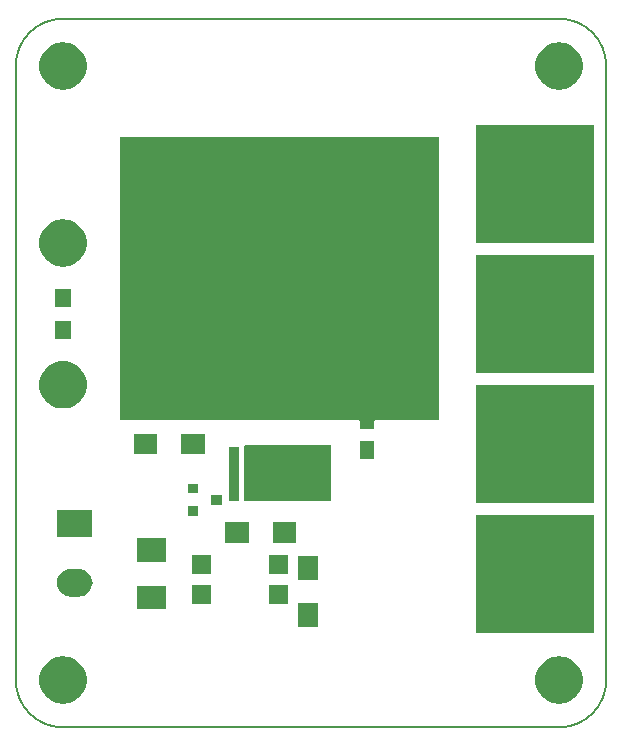
<source format=gbr>
G04 #@! TF.GenerationSoftware,KiCad,Pcbnew,(5.1.5)-3*
G04 #@! TF.CreationDate,2020-08-29T18:00:19-04:00*
G04 #@! TF.ProjectId,Little_Monster,4c697474-6c65-45f4-9d6f-6e737465722e,2.0*
G04 #@! TF.SameCoordinates,PX459e440PY6f94740*
G04 #@! TF.FileFunction,Soldermask,Top*
G04 #@! TF.FilePolarity,Negative*
%FSLAX46Y46*%
G04 Gerber Fmt 4.6, Leading zero omitted, Abs format (unit mm)*
G04 Created by KiCad (PCBNEW (5.1.5)-3) date 2020-08-29 18:00:19*
%MOMM*%
%LPD*%
G04 APERTURE LIST*
G04 #@! TA.AperFunction,Profile*
%ADD10C,0.150000*%
G04 #@! TD*
%ADD11C,0.100000*%
G04 APERTURE END LIST*
D10*
X0Y56000000D02*
G75*
G02X4000000Y60000000I4000000J0D01*
G01*
X4000000Y0D02*
G75*
G02X0Y4000000I0J4000000D01*
G01*
X50000000Y4000000D02*
G75*
G02X46000000Y0I-4000000J0D01*
G01*
X46000000Y60000000D02*
G75*
G02X50000000Y56000000I0J-4000000D01*
G01*
X4000000Y0D02*
X46000000Y0D01*
X4000000Y60000000D02*
X46000000Y60000000D01*
X50000000Y4000000D02*
X50000000Y56000000D01*
X0Y4000000D02*
X0Y56000000D01*
D11*
G36*
X46293582Y5980785D02*
G01*
X46583381Y5923141D01*
X46947356Y5772377D01*
X47274921Y5553505D01*
X47274923Y5553503D01*
X47274926Y5553501D01*
X47553501Y5274926D01*
X47553503Y5274923D01*
X47553505Y5274921D01*
X47772377Y4947356D01*
X47923141Y4583381D01*
X48000000Y4196982D01*
X48000000Y3803018D01*
X47923141Y3416619D01*
X47772377Y3052644D01*
X47553505Y2725079D01*
X47553503Y2725077D01*
X47553501Y2725074D01*
X47274926Y2446499D01*
X47274923Y2446497D01*
X47274921Y2446495D01*
X46947356Y2227623D01*
X46583381Y2076859D01*
X46293582Y2019215D01*
X46196983Y2000000D01*
X45803017Y2000000D01*
X45706418Y2019215D01*
X45416619Y2076859D01*
X45052644Y2227623D01*
X44725079Y2446495D01*
X44725077Y2446497D01*
X44725074Y2446499D01*
X44446499Y2725074D01*
X44446497Y2725077D01*
X44446495Y2725079D01*
X44227623Y3052644D01*
X44076859Y3416619D01*
X44000000Y3803018D01*
X44000000Y4196982D01*
X44076859Y4583381D01*
X44227623Y4947356D01*
X44446495Y5274921D01*
X44446497Y5274923D01*
X44446499Y5274926D01*
X44725074Y5553501D01*
X44725077Y5553503D01*
X44725079Y5553505D01*
X45052644Y5772377D01*
X45416619Y5923141D01*
X45706418Y5980785D01*
X45803017Y6000000D01*
X46196983Y6000000D01*
X46293582Y5980785D01*
G37*
G36*
X4293582Y5980785D02*
G01*
X4583381Y5923141D01*
X4947356Y5772377D01*
X5274921Y5553505D01*
X5274923Y5553503D01*
X5274926Y5553501D01*
X5553501Y5274926D01*
X5553503Y5274923D01*
X5553505Y5274921D01*
X5772377Y4947356D01*
X5923141Y4583381D01*
X6000000Y4196982D01*
X6000000Y3803018D01*
X5923141Y3416619D01*
X5772377Y3052644D01*
X5553505Y2725079D01*
X5553503Y2725077D01*
X5553501Y2725074D01*
X5274926Y2446499D01*
X5274923Y2446497D01*
X5274921Y2446495D01*
X4947356Y2227623D01*
X4583381Y2076859D01*
X4293582Y2019215D01*
X4196983Y2000000D01*
X3803017Y2000000D01*
X3706418Y2019215D01*
X3416619Y2076859D01*
X3052644Y2227623D01*
X2725079Y2446495D01*
X2725077Y2446497D01*
X2725074Y2446499D01*
X2446499Y2725074D01*
X2446497Y2725077D01*
X2446495Y2725079D01*
X2227623Y3052644D01*
X2076859Y3416619D01*
X2000000Y3803018D01*
X2000000Y4196982D01*
X2076859Y4583381D01*
X2227623Y4947356D01*
X2446495Y5274921D01*
X2446497Y5274923D01*
X2446499Y5274926D01*
X2725074Y5553501D01*
X2725077Y5553503D01*
X2725079Y5553505D01*
X3052644Y5772377D01*
X3416619Y5923141D01*
X3706418Y5980785D01*
X3803017Y6000000D01*
X4196983Y6000000D01*
X4293582Y5980785D01*
G37*
G36*
X49000000Y8000000D02*
G01*
X39000000Y8000000D01*
X39000000Y18000000D01*
X49000000Y18000000D01*
X49000000Y8000000D01*
G37*
G36*
X25600000Y8500000D02*
G01*
X23900000Y8500000D01*
X23900000Y10500000D01*
X25600000Y10500000D01*
X25600000Y8500000D01*
G37*
G36*
X12750000Y10000000D02*
G01*
X10250000Y10000000D01*
X10250000Y12000000D01*
X12750000Y12000000D01*
X12750000Y10000000D01*
G37*
G36*
X23050000Y10430000D02*
G01*
X21450000Y10430000D01*
X21450000Y12030000D01*
X23050000Y12030000D01*
X23050000Y10430000D01*
G37*
G36*
X16550000Y10430000D02*
G01*
X14950000Y10430000D01*
X14950000Y12030000D01*
X16550000Y12030000D01*
X16550000Y10430000D01*
G37*
G36*
X5555340Y13407998D02*
G01*
X5776829Y13340811D01*
X5776831Y13340810D01*
X5980955Y13231703D01*
X6159871Y13084871D01*
X6306703Y12905955D01*
X6306704Y12905953D01*
X6415811Y12701829D01*
X6482998Y12480340D01*
X6505685Y12250000D01*
X6482998Y12019660D01*
X6415811Y11798171D01*
X6415810Y11798169D01*
X6306703Y11594045D01*
X6159871Y11415129D01*
X5980955Y11268297D01*
X5980953Y11268296D01*
X5776829Y11159189D01*
X5555340Y11092002D01*
X5382720Y11075000D01*
X4617280Y11075000D01*
X4444660Y11092002D01*
X4223171Y11159189D01*
X4019047Y11268296D01*
X4019045Y11268297D01*
X3840129Y11415129D01*
X3693297Y11594045D01*
X3584190Y11798169D01*
X3584189Y11798171D01*
X3517002Y12019660D01*
X3494315Y12250000D01*
X3517002Y12480340D01*
X3584189Y12701829D01*
X3693296Y12905953D01*
X3693297Y12905955D01*
X3840129Y13084871D01*
X4019045Y13231703D01*
X4223169Y13340810D01*
X4223171Y13340811D01*
X4444660Y13407998D01*
X4617280Y13425000D01*
X5382720Y13425000D01*
X5555340Y13407998D01*
G37*
G36*
X25600000Y12500000D02*
G01*
X23900000Y12500000D01*
X23900000Y14500000D01*
X25600000Y14500000D01*
X25600000Y12500000D01*
G37*
G36*
X16550000Y12970000D02*
G01*
X14950000Y12970000D01*
X14950000Y14570000D01*
X16550000Y14570000D01*
X16550000Y12970000D01*
G37*
G36*
X23050000Y12970000D02*
G01*
X21450000Y12970000D01*
X21450000Y14570000D01*
X23050000Y14570000D01*
X23050000Y12970000D01*
G37*
G36*
X12750000Y14000000D02*
G01*
X10250000Y14000000D01*
X10250000Y16000000D01*
X12750000Y16000000D01*
X12750000Y14000000D01*
G37*
G36*
X19750000Y15650000D02*
G01*
X17750000Y15650000D01*
X17750000Y17350000D01*
X19750000Y17350000D01*
X19750000Y15650000D01*
G37*
G36*
X23750000Y15650000D02*
G01*
X21750000Y15650000D01*
X21750000Y17350000D01*
X23750000Y17350000D01*
X23750000Y15650000D01*
G37*
G36*
X6500000Y16075000D02*
G01*
X3500000Y16075000D01*
X3500000Y18425000D01*
X6500000Y18425000D01*
X6500000Y16075000D01*
G37*
G36*
X15450000Y17900000D02*
G01*
X14550000Y17900000D01*
X14550000Y18700000D01*
X15450000Y18700000D01*
X15450000Y17900000D01*
G37*
G36*
X17450000Y18850000D02*
G01*
X16550000Y18850000D01*
X16550000Y19650000D01*
X17450000Y19650000D01*
X17450000Y18850000D01*
G37*
G36*
X49000000Y19000000D02*
G01*
X39000000Y19000000D01*
X39000000Y29000000D01*
X49000000Y29000000D01*
X49000000Y19000000D01*
G37*
G36*
X18890000Y19175000D02*
G01*
X18090000Y19175000D01*
X18090000Y23775000D01*
X18890000Y23775000D01*
X18890000Y19175000D01*
G37*
G36*
X26700000Y19200000D02*
G01*
X26573499Y19200000D01*
X26561111Y19198780D01*
X26549199Y19195166D01*
X26538221Y19189298D01*
X26528598Y19181402D01*
X26523345Y19175000D01*
X25696655Y19175000D01*
X25691402Y19181402D01*
X25681779Y19189298D01*
X25670801Y19195166D01*
X25658889Y19198780D01*
X25646501Y19200000D01*
X25303499Y19200000D01*
X25291111Y19198780D01*
X25279199Y19195166D01*
X25268221Y19189298D01*
X25258598Y19181402D01*
X25253345Y19175000D01*
X24426655Y19175000D01*
X24421402Y19181402D01*
X24411779Y19189298D01*
X24400801Y19195166D01*
X24388889Y19198780D01*
X24376501Y19200000D01*
X24033499Y19200000D01*
X24021111Y19198780D01*
X24009199Y19195166D01*
X23998221Y19189298D01*
X23988598Y19181402D01*
X23983345Y19175000D01*
X23156655Y19175000D01*
X23151402Y19181402D01*
X23141779Y19189298D01*
X23130801Y19195166D01*
X23118889Y19198780D01*
X23106501Y19200000D01*
X21493499Y19200000D01*
X21481111Y19198780D01*
X21469199Y19195166D01*
X21458221Y19189298D01*
X21448598Y19181402D01*
X21443345Y19175000D01*
X20616655Y19175000D01*
X20611402Y19181402D01*
X20601779Y19189298D01*
X20590801Y19195166D01*
X20578889Y19198780D01*
X20566501Y19200000D01*
X20223499Y19200000D01*
X20211111Y19198780D01*
X20199199Y19195166D01*
X20188221Y19189298D01*
X20178598Y19181402D01*
X20173345Y19175000D01*
X19360000Y19175000D01*
X19360000Y23779591D01*
X19360801Y23779834D01*
X19371779Y23785702D01*
X19381402Y23793598D01*
X19389298Y23803221D01*
X19395166Y23814199D01*
X19398780Y23826111D01*
X19400000Y23838499D01*
X19400000Y23900000D01*
X26700000Y23900000D01*
X26700000Y19200000D01*
G37*
G36*
X15450000Y19800000D02*
G01*
X14550000Y19800000D01*
X14550000Y20600000D01*
X15450000Y20600000D01*
X15450000Y19800000D01*
G37*
G36*
X30375000Y22750000D02*
G01*
X29125000Y22750000D01*
X29125000Y24250000D01*
X30375000Y24250000D01*
X30375000Y22750000D01*
G37*
G36*
X16000000Y23150000D02*
G01*
X14000000Y23150000D01*
X14000000Y24850000D01*
X16000000Y24850000D01*
X16000000Y23150000D01*
G37*
G36*
X12000000Y23150000D02*
G01*
X10000000Y23150000D01*
X10000000Y24850000D01*
X12000000Y24850000D01*
X12000000Y23150000D01*
G37*
G36*
X35800000Y26000000D02*
G01*
X30438499Y26000000D01*
X30426111Y25998780D01*
X30414199Y25995166D01*
X30403221Y25989298D01*
X30393598Y25981402D01*
X30385702Y25971779D01*
X30379834Y25960801D01*
X30376220Y25948889D01*
X30375000Y25936501D01*
X30375000Y25250000D01*
X29125000Y25250000D01*
X29125000Y25936501D01*
X29123780Y25948889D01*
X29120166Y25960801D01*
X29114298Y25971779D01*
X29106402Y25981402D01*
X29096779Y25989298D01*
X29085801Y25995166D01*
X29073889Y25998780D01*
X29061501Y26000000D01*
X8800000Y26000000D01*
X8800000Y50000000D01*
X35800000Y50000000D01*
X35800000Y26000000D01*
G37*
G36*
X4293582Y30980785D02*
G01*
X4583381Y30923141D01*
X4947356Y30772377D01*
X5274921Y30553505D01*
X5274923Y30553503D01*
X5274926Y30553501D01*
X5553501Y30274926D01*
X5553503Y30274923D01*
X5553505Y30274921D01*
X5772377Y29947356D01*
X5923141Y29583381D01*
X6000000Y29196982D01*
X6000000Y28803018D01*
X5923141Y28416619D01*
X5772377Y28052644D01*
X5553505Y27725079D01*
X5553503Y27725077D01*
X5553501Y27725074D01*
X5274926Y27446499D01*
X5274923Y27446497D01*
X5274921Y27446495D01*
X4947356Y27227623D01*
X4583381Y27076859D01*
X4293582Y27019215D01*
X4196983Y27000000D01*
X3803017Y27000000D01*
X3706418Y27019215D01*
X3416619Y27076859D01*
X3052644Y27227623D01*
X2725079Y27446495D01*
X2725077Y27446497D01*
X2725074Y27446499D01*
X2446499Y27725074D01*
X2446497Y27725077D01*
X2446495Y27725079D01*
X2227623Y28052644D01*
X2076859Y28416619D01*
X2000000Y28803018D01*
X2000000Y29196982D01*
X2076859Y29583381D01*
X2227623Y29947356D01*
X2446495Y30274921D01*
X2446497Y30274923D01*
X2446499Y30274926D01*
X2725074Y30553501D01*
X2725077Y30553503D01*
X2725079Y30553505D01*
X3052644Y30772377D01*
X3416619Y30923141D01*
X3706418Y30980785D01*
X3803017Y31000000D01*
X4196983Y31000000D01*
X4293582Y30980785D01*
G37*
G36*
X49000000Y30000000D02*
G01*
X39000000Y30000000D01*
X39000000Y40000000D01*
X49000000Y40000000D01*
X49000000Y30000000D01*
G37*
G36*
X4650000Y32900000D02*
G01*
X3350000Y32900000D01*
X3350000Y34400000D01*
X4650000Y34400000D01*
X4650000Y32900000D01*
G37*
G36*
X4650000Y35600000D02*
G01*
X3350000Y35600000D01*
X3350000Y37100000D01*
X4650000Y37100000D01*
X4650000Y35600000D01*
G37*
G36*
X4293582Y42980785D02*
G01*
X4583381Y42923141D01*
X4947356Y42772377D01*
X5274921Y42553505D01*
X5274923Y42553503D01*
X5274926Y42553501D01*
X5553501Y42274926D01*
X5553503Y42274923D01*
X5553505Y42274921D01*
X5772377Y41947356D01*
X5923141Y41583381D01*
X6000000Y41196982D01*
X6000000Y40803018D01*
X5923141Y40416619D01*
X5772377Y40052644D01*
X5553505Y39725079D01*
X5553503Y39725077D01*
X5553501Y39725074D01*
X5274926Y39446499D01*
X5274923Y39446497D01*
X5274921Y39446495D01*
X4947356Y39227623D01*
X4583381Y39076859D01*
X4293582Y39019215D01*
X4196983Y39000000D01*
X3803017Y39000000D01*
X3706418Y39019215D01*
X3416619Y39076859D01*
X3052644Y39227623D01*
X2725079Y39446495D01*
X2725077Y39446497D01*
X2725074Y39446499D01*
X2446499Y39725074D01*
X2446497Y39725077D01*
X2446495Y39725079D01*
X2227623Y40052644D01*
X2076859Y40416619D01*
X2000000Y40803018D01*
X2000000Y41196982D01*
X2076859Y41583381D01*
X2227623Y41947356D01*
X2446495Y42274921D01*
X2446497Y42274923D01*
X2446499Y42274926D01*
X2725074Y42553501D01*
X2725077Y42553503D01*
X2725079Y42553505D01*
X3052644Y42772377D01*
X3416619Y42923141D01*
X3706418Y42980785D01*
X3803017Y43000000D01*
X4196983Y43000000D01*
X4293582Y42980785D01*
G37*
G36*
X49000000Y41000000D02*
G01*
X39000000Y41000000D01*
X39000000Y51000000D01*
X49000000Y51000000D01*
X49000000Y41000000D01*
G37*
G36*
X46293582Y57980785D02*
G01*
X46583381Y57923141D01*
X46947356Y57772377D01*
X47274921Y57553505D01*
X47274923Y57553503D01*
X47274926Y57553501D01*
X47553501Y57274926D01*
X47553503Y57274923D01*
X47553505Y57274921D01*
X47772377Y56947356D01*
X47923141Y56583381D01*
X48000000Y56196982D01*
X48000000Y55803018D01*
X47923141Y55416619D01*
X47772377Y55052644D01*
X47553505Y54725079D01*
X47553503Y54725077D01*
X47553501Y54725074D01*
X47274926Y54446499D01*
X47274923Y54446497D01*
X47274921Y54446495D01*
X46947356Y54227623D01*
X46583381Y54076859D01*
X46293582Y54019215D01*
X46196983Y54000000D01*
X45803017Y54000000D01*
X45706418Y54019215D01*
X45416619Y54076859D01*
X45052644Y54227623D01*
X44725079Y54446495D01*
X44725077Y54446497D01*
X44725074Y54446499D01*
X44446499Y54725074D01*
X44446497Y54725077D01*
X44446495Y54725079D01*
X44227623Y55052644D01*
X44076859Y55416619D01*
X44000000Y55803018D01*
X44000000Y56196982D01*
X44076859Y56583381D01*
X44227623Y56947356D01*
X44446495Y57274921D01*
X44446497Y57274923D01*
X44446499Y57274926D01*
X44725074Y57553501D01*
X44725077Y57553503D01*
X44725079Y57553505D01*
X45052644Y57772377D01*
X45416619Y57923141D01*
X45706418Y57980785D01*
X45803017Y58000000D01*
X46196983Y58000000D01*
X46293582Y57980785D01*
G37*
G36*
X4293582Y57980785D02*
G01*
X4583381Y57923141D01*
X4947356Y57772377D01*
X5274921Y57553505D01*
X5274923Y57553503D01*
X5274926Y57553501D01*
X5553501Y57274926D01*
X5553503Y57274923D01*
X5553505Y57274921D01*
X5772377Y56947356D01*
X5923141Y56583381D01*
X6000000Y56196982D01*
X6000000Y55803018D01*
X5923141Y55416619D01*
X5772377Y55052644D01*
X5553505Y54725079D01*
X5553503Y54725077D01*
X5553501Y54725074D01*
X5274926Y54446499D01*
X5274923Y54446497D01*
X5274921Y54446495D01*
X4947356Y54227623D01*
X4583381Y54076859D01*
X4293582Y54019215D01*
X4196983Y54000000D01*
X3803017Y54000000D01*
X3706418Y54019215D01*
X3416619Y54076859D01*
X3052644Y54227623D01*
X2725079Y54446495D01*
X2725077Y54446497D01*
X2725074Y54446499D01*
X2446499Y54725074D01*
X2446497Y54725077D01*
X2446495Y54725079D01*
X2227623Y55052644D01*
X2076859Y55416619D01*
X2000000Y55803018D01*
X2000000Y56196982D01*
X2076859Y56583381D01*
X2227623Y56947356D01*
X2446495Y57274921D01*
X2446497Y57274923D01*
X2446499Y57274926D01*
X2725074Y57553501D01*
X2725077Y57553503D01*
X2725079Y57553505D01*
X3052644Y57772377D01*
X3416619Y57923141D01*
X3706418Y57980785D01*
X3803017Y58000000D01*
X4196983Y58000000D01*
X4293582Y57980785D01*
G37*
M02*

</source>
